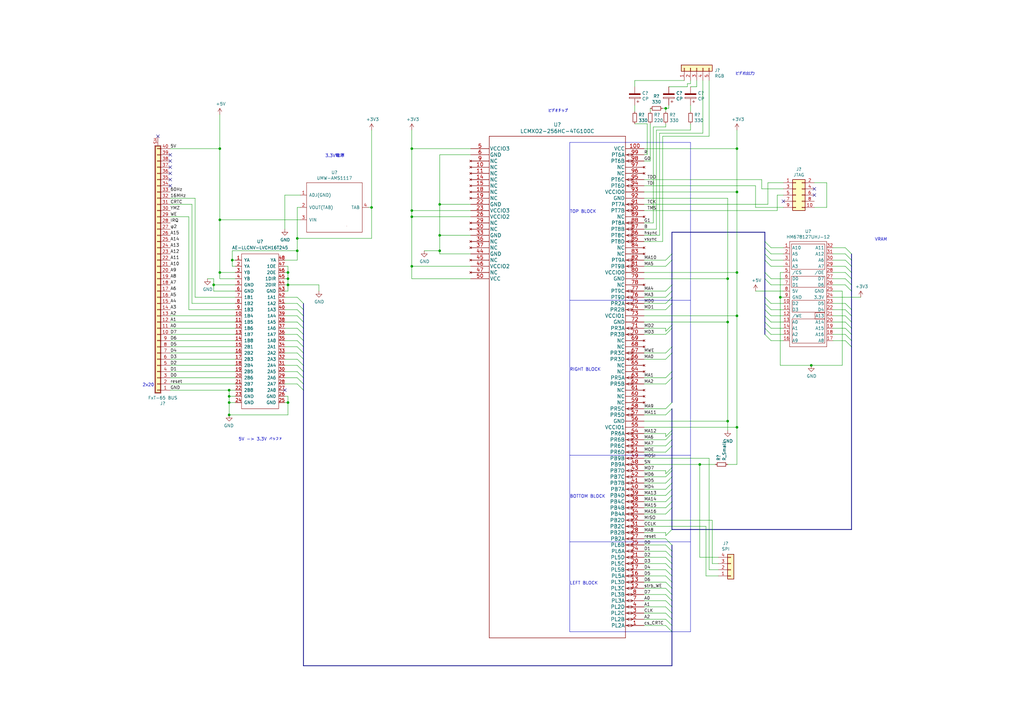
<source format=kicad_sch>
(kicad_sch (version 20250114) (generator "eeschema") (generator_version "9.0")
  (paper "A3")
  (lib_symbols
    (symbol "Connector_Generic:Conn_01x04" (pin_names (offset 1.016) (hide yes))
      (property "Reference" "J" (at 0 5.08 0))
      (property "Value" "Conn_01x04" (at 0 -7.62 0))
      (symbol "Conn_01x04_1_1"
        (pin passive line (at -5.08 2.54 0) (length 3.81) (name "Pin_1") (number "1"))
        (pin passive line (at -5.08 0 0) (length 3.81) (name "Pin_2") (number "2"))
        (pin passive line (at -5.08 -2.54 0) (length 3.81) (name "Pin_3") (number "3"))
        (pin passive line (at -5.08 -5.08 0) (length 3.81) (name "Pin_4") (number "4"))
      )
    )
    (symbol "Connector_Generic:Conn_01x05" (pin_names (offset 1.016) (hide yes))
      (property "Reference" "J" (at 0 7.62 0))
      (property "Value" "Conn_01x05" (at 0 -7.62 0))
      (symbol "Conn_01x05_1_1"
        (pin passive line (at -5.08 5.08 0) (length 3.81) (name "Pin_1") (number "1"))
        (pin passive line (at -5.08 2.54 0) (length 3.81) (name "Pin_2") (number "2"))
        (pin passive line (at -5.08 0 0) (length 3.81) (name "Pin_3") (number "3"))
        (pin passive line (at -5.08 -2.54 0) (length 3.81) (name "Pin_4") (number "4"))
        (pin passive line (at -5.08 -5.08 0) (length 3.81) (name "Pin_5") (number "5"))
      )
    )
    (symbol "Connector_Generic:Conn_02x05_Odd_Even" (pin_names (offset 1.016) (hide yes))
      (property "Reference" "J" (at 1.27 7.62 0))
      (property "Value" "Conn_02x05_Odd_Even" (at 1.27 -7.62 0))
      (symbol "Conn_02x05_Odd_Even_1_1"
        (pin passive line (at -5.08 5.08 0) (length 3.81) (name "Pin_1") (number "1"))
        (pin passive line (at -5.08 2.54 0) (length 3.81) (name "Pin_3") (number "3"))
        (pin passive line (at -5.08 0 0) (length 3.81) (name "Pin_5") (number "5"))
        (pin passive line (at -5.08 -2.54 0) (length 3.81) (name "Pin_7") (number "7"))
        (pin passive line (at -5.08 -5.08 0) (length 3.81) (name "Pin_9") (number "9"))
        (pin passive line (at 7.62 5.08 180) (length 3.81) (name "Pin_2") (number "2"))
        (pin passive line (at 7.62 2.54 180) (length 3.81) (name "Pin_4") (number "4"))
        (pin passive line (at 7.62 0 180) (length 3.81) (name "Pin_6") (number "6"))
        (pin passive line (at 7.62 -2.54 180) (length 3.81) (name "Pin_8") (number "8"))
        (pin passive line (at 7.62 -5.08 180) (length 3.81) (name "Pin_10") (number "10"))
      )
    )
    (symbol "Connector_Generic_Shielded:Conn_01x40_Shielded" (pin_names (offset 1.016) (hide yes))
      (property "Reference" "J" (at 0.254 50.546 0))
      (property "Value" "Conn_01x40_Shielded" (at 1.016 -53.086 0))
      (symbol "Conn_01x40_Shielded_1_1"
        (pin passive line (at -5.08 48.26 0) (length 4.064) (name "Pin_1") (number "1"))
        (pin passive line (at -5.08 45.72 0) (length 4.064) (name "Pin_2") (number "2"))
        (pin passive line (at -5.08 43.18 0) (length 4.064) (name "Pin_3") (number "3"))
        (pin passive line (at -5.08 40.64 0) (length 4.064) (name "Pin_4") (number "4"))
        (pin passive line (at -5.08 38.1 0) (length 4.064) (name "Pin_5") (number "5"))
        (pin passive line (at -5.08 35.56 0) (length 4.064) (name "Pin_6") (number "6"))
        (pin passive line (at -5.08 33.02 0) (length 4.064) (name "Pin_7") (number "7"))
        (pin passive line (at -5.08 30.48 0) (length 4.064) (name "Pin_8") (number "8"))
        (pin passive line (at -5.08 27.94 0) (length 4.064) (name "Pin_9") (number "9"))
        (pin passive line (at -5.08 25.4 0) (length 4.064) (name "Pin_10") (number "10"))
        (pin passive line (at -5.08 22.86 0) (length 4.064) (name "Pin_11") (number "11"))
        (pin passive line (at -5.08 20.32 0) (length 4.064) (name "Pin_12") (number "12"))
        (pin passive line (at -5.08 17.78 0) (length 4.064) (name "Pin_13") (number "13"))
        (pin passive line (at -5.08 15.24 0) (length 4.064) (name "Pin_14") (number "14"))
        (pin passive line (at -5.08 12.7 0) (length 4.064) (name "Pin_15") (number "15"))
        (pin passive line (at -5.08 10.16 0) (length 4.064) (name "Pin_16") (number "16"))
        (pin passive line (at -5.08 7.62 0) (length 4.064) (name "Pin_17") (number "17"))
        (pin passive line (at -5.08 5.08 0) (length 4.064) (name "Pin_18") (number "18"))
        (pin passive line (at -5.08 2.54 0) (length 4.064) (name "Pin_19") (number "19"))
        (pin passive line (at -5.08 0 0) (length 4.064) (name "Pin_20") (number "20"))
        (pin passive line (at -5.08 -2.54 0) (length 4.064) (name "Pin_21") (number "21"))
        (pin passive line (at -5.08 -5.08 0) (length 4.064) (name "Pin_22") (number "22"))
        (pin passive line (at -5.08 -7.62 0) (length 4.064) (name "Pin_23") (number "23"))
        (pin passive line (at -5.08 -10.16 0) (length 4.064) (name "Pin_24") (number "24"))
        (pin passive line (at -5.08 -12.7 0) (length 4.064) (name "Pin_25") (number "25"))
        (pin passive line (at -5.08 -15.24 0) (length 4.064) (name "Pin_26") (number "26"))
        (pin passive line (at -5.08 -17.78 0) (length 4.064) (name "Pin_27") (number "27"))
        (pin passive line (at -5.08 -20.32 0) (length 4.064) (name "Pin_28") (number "28"))
        (pin passive line (at -5.08 -22.86 0) (length 4.064) (name "Pin_29") (number "29"))
        (pin passive line (at -5.08 -25.4 0) (length 4.064) (name "Pin_30") (number "30"))
        (pin passive line (at -5.08 -27.94 0) (length 4.064) (name "Pin_31") (number "31"))
        (pin passive line (at -5.08 -30.48 0) (length 4.064) (name "Pin_32") (number "32"))
        (pin passive line (at -5.08 -33.02 0) (length 4.064) (name "Pin_33") (number "33"))
        (pin passive line (at -5.08 -35.56 0) (length 4.064) (name "Pin_34") (number "34"))
        (pin passive line (at -5.08 -38.1 0) (length 4.064) (name "Pin_35") (number "35"))
        (pin passive line (at -5.08 -40.64 0) (length 4.064) (name "Pin_36") (number "36"))
        (pin passive line (at -5.08 -43.18 0) (length 4.064) (name "Pin_37") (number "37"))
        (pin passive line (at -5.08 -45.72 0) (length 4.064) (name "Pin_38") (number "38"))
        (pin passive line (at -5.08 -48.26 0) (length 4.064) (name "Pin_39") (number "39"))
        (pin passive line (at -5.08 -50.8 0) (length 4.064) (name "Pin_40") (number "40"))
        (pin passive line (at 0 -55.88 90) (length 3.81) (name "Shield") (number "SH"))
      )
    )
    (symbol "Device:R_Small" (pin_numbers (hide yes)) (pin_names (offset 0.254) (hide yes))
      (property "Reference" "R" (at 0.762 0.508 0))
      (property "Value" "R_Small" (at 0.762 -1.016 0))
      (symbol "R_Small_1_1"
        (pin passive line (at 0 2.54 270) (length 0.762) (name "~") (number "1"))
        (pin passive line (at 0 -2.54 90) (length 0.762) (name "~") (number "2"))
      )
    )
    (symbol "FxT-65-ChDz-rescue:+3.3V-power" (power) (pin_names (offset 0))
      (property "Value" "+3.3V-power" (at 0 3.556 0))
      (symbol "+3.3V-power_1_1"
        (pin power_in line (at 0 0 90) (length 0) (hide yes) (name "+3V3") (number "1"))
      )
    )
    (symbol "FxT-65-ChDz-rescue:AE-LLCNV-LVCH16T245-ponzu840w" (pin_names (offset 1.016))
      (property "Reference" "U" (at 0 36.068 0))
      (property "Value" "AE-LLCNV-LVCH16T245-ponzu840w" (at 0.254 33.528 0))
      (symbol "AE-LLCNV-LVCH16T245-ponzu840w_1_1"
        (pin input line (at -10.16 27.94 0) (length 2.54) (name "YA") (number "1"))
        (pin input line (at -10.16 25.4 0) (length 2.54) (name "YA") (number "2"))
        (pin input line (at -10.16 22.86 0) (length 2.54) (name "YB") (number "3"))
        (pin input line (at -10.16 20.32 0) (length 2.54) (name "YB") (number "4"))
        (pin input line (at -10.16 17.78 0) (length 2.54) (name "GND") (number "5"))
        (pin input line (at -10.16 15.24 0) (length 2.54) (name "GND") (number "6"))
        (pin input line (at -10.16 12.7 0) (length 2.54) (name "1B1") (number "7"))
        (pin input line (at -10.16 10.16 0) (length 2.54) (name "1B2") (number "8"))
        (pin input line (at -10.16 7.62 0) (length 2.54) (name "1B3") (number "9"))
        (pin input line (at -10.16 5.08 0) (length 2.54) (name "1B4") (number "10"))
        (pin input line (at -10.16 2.54 0) (length 2.54) (name "1B5") (number "11"))
        (pin input line (at -10.16 0 0) (length 2.54) (name "1B6") (number "12"))
        (pin input line (at -10.16 -2.54 0) (length 2.54) (name "1B7") (number "13"))
        (pin input line (at -10.16 -5.08 0) (length 2.54) (name "1B8") (number "14"))
        (pin input line (at -10.16 -7.62 0) (length 2.54) (name "2B1") (number "15"))
        (pin input line (at -10.16 -10.16 0) (length 2.54) (name "2B2") (number "16"))
        (pin input line (at -10.16 -12.7 0) (length 2.54) (name "2B3") (number "17"))
        (pin input line (at -10.16 -15.24 0) (length 2.54) (name "2B4") (number "18"))
        (pin input line (at -10.16 -17.78 0) (length 2.54) (name "2B5") (number "19"))
        (pin input line (at -10.16 -20.32 0) (length 2.54) (name "2B6") (number "20"))
        (pin input line (at -10.16 -22.86 0) (length 2.54) (name "2B7") (number "21"))
        (pin input line (at -10.16 -25.4 0) (length 2.54) (name "2B8") (number "22"))
        (pin input line (at -10.16 -27.94 0) (length 2.54) (name "GND") (number "23"))
        (pin input line (at -10.16 -30.48 0) (length 2.54) (name "GND") (number "24"))
        (pin input line (at 10.16 27.94 180) (length 2.54) (name "YA") (number "48"))
        (pin input line (at 10.16 25.4 180) (length 2.54) (name "1OE") (number "47"))
        (pin input line (at 10.16 22.86 180) (length 2.54) (name "2OE") (number "46"))
        (pin input line (at 10.16 20.32 180) (length 2.54) (name "1DIR") (number "45"))
        (pin input line (at 10.16 17.78 180) (length 2.54) (name "2DIR") (number "44"))
        (pin input line (at 10.16 15.24 180) (length 2.54) (name "GND") (number "43"))
        (pin input line (at 10.16 12.7 180) (length 2.54) (name "1A1") (number "42"))
        (pin input line (at 10.16 10.16 180) (length 2.54) (name "1A2") (number "41"))
        (pin input line (at 10.16 7.62 180) (length 2.54) (name "1A3") (number "40"))
        (pin input line (at 10.16 5.08 180) (length 2.54) (name "1A4") (number "39"))
        (pin input line (at 10.16 2.54 180) (length 2.54) (name "1A5") (number "38"))
        (pin input line (at 10.16 0 180) (length 2.54) (name "1A6") (number "37"))
        (pin input line (at 10.16 -2.54 180) (length 2.54) (name "1A7") (number "36"))
        (pin input line (at 10.16 -5.08 180) (length 2.54) (name "1A8") (number "35"))
        (pin input line (at 10.16 -7.62 180) (length 2.54) (name "2A1") (number "34"))
        (pin input line (at 10.16 -10.16 180) (length 2.54) (name "2A2") (number "33"))
        (pin input line (at 10.16 -12.7 180) (length 2.54) (name "2A3") (number "32"))
        (pin input line (at 10.16 -15.24 180) (length 2.54) (name "2A4") (number "31"))
        (pin input line (at 10.16 -17.78 180) (length 2.54) (name "2A5") (number "30"))
        (pin input line (at 10.16 -20.32 180) (length 2.54) (name "2A6") (number "29"))
        (pin input line (at 10.16 -22.86 180) (length 2.54) (name "2A7") (number "28"))
        (pin input line (at 10.16 -25.4 180) (length 2.54) (name "2A8") (number "27"))
        (pin input line (at 10.16 -27.94 180) (length 2.54) (name "GND") (number "26"))
        (pin input line (at 10.16 -30.48 180) (length 2.54) (name "GND") (number "25"))
      )
    )
    (symbol "FxT-65-ChDz-rescue:CP-Device" (pin_numbers (hide yes)) (pin_names (offset 0.254))
      (property "Reference" "C" (at 0.635 2.54 0))
      (property "Value" "CP-Device" (at 0.635 -2.54 0))
      (symbol "CP-Device_1_1"
        (pin passive line (at 0 3.81 270) (length 2.794) (name "~") (number "1"))
        (pin passive line (at 0 -3.81 90) (length 2.794) (name "~") (number "2"))
      )
    )
    (symbol "FxT-65-ChDz-rescue:HM678127UHJ-12-ponzu840w" (pin_names (offset 1.016))
      (property "Reference" "U" (at 0 4.572 0))
      (property "Value" "HM678127UHJ-12-ponzu840w" (at -0.254 2.54 0))
      (symbol "HM678127UHJ-12-ponzu840w_1_1"
        (pin input line (at -10.16 -2.54 0) (length 2.54) (name "A10") (number "1"))
        (pin input line (at -10.16 -5.08 0) (length 2.54) (name "A5") (number "2"))
        (pin input line (at -10.16 -7.62 0) (length 2.54) (name "A4") (number "3"))
        (pin input line (at -10.16 -10.16 0) (length 2.54) (name "A3") (number "4"))
        (pin input line (at -10.16 -12.7 0) (length 2.54) (name "/CS") (number "5"))
        (pin input line (at -10.16 -15.24 0) (length 2.54) (name "D0") (number "6"))
        (pin input line (at -10.16 -17.78 0) (length 2.54) (name "D1") (number "7"))
        (pin input line (at -10.16 -20.32 0) (length 2.54) (name "5V") (number "8"))
        (pin input line (at -10.16 -22.86 0) (length 2.54) (name "GND") (number "9"))
        (pin input line (at -10.16 -25.4 0) (length 2.54) (name "D2") (number "10"))
        (pin input line (at -10.16 -27.94 0) (length 2.54) (name "D3") (number "11"))
        (pin input line (at -10.16 -30.48 0) (length 2.54) (name "/WE") (number "12"))
        (pin input line (at -10.16 -33.02 0) (length 2.54) (name "A0") (number "13"))
        (pin input line (at -10.16 -35.56 0) (length 2.54) (name "A1") (number "14"))
        (pin input line (at -10.16 -38.1 0) (length 2.54) (name "A2") (number "15"))
        (pin input line (at -10.16 -40.64 0) (length 2.54) (name "A9") (number "16"))
        (pin input line (at 10.16 -2.54 180) (length 2.54) (name "A11") (number "32"))
        (pin input line (at 10.16 -5.08 180) (length 2.54) (name "A12") (number "31"))
        (pin input line (at 10.16 -7.62 180) (length 2.54) (name "A6") (number "30"))
        (pin input line (at 10.16 -10.16 180) (length 2.54) (name "A7") (number "29"))
        (pin input line (at 10.16 -12.7 180) (length 2.54) (name "/OE") (number "28"))
        (pin input line (at 10.16 -15.24 180) (length 2.54) (name "D7") (number "27"))
        (pin input line (at 10.16 -17.78 180) (length 2.54) (name "D6") (number "26"))
        (pin input line (at 10.16 -20.32 180) (length 2.54) (name "GND") (number "25"))
        (pin input line (at 10.16 -22.86 180) (length 2.54) (name "3.3V") (number "24"))
        (pin input line (at 10.16 -25.4 180) (length 2.54) (name "D5") (number "23"))
        (pin input line (at 10.16 -27.94 180) (length 2.54) (name "D4") (number "22"))
        (pin input line (at 10.16 -30.48 180) (length 2.54) (name "A13") (number "21"))
        (pin input line (at 10.16 -33.02 180) (length 2.54) (name "A14") (number "20"))
        (pin input line (at 10.16 -35.56 180) (length 2.54) (name "A15") (number "19"))
        (pin input line (at 10.16 -38.1 180) (length 2.54) (name "A16") (number "18"))
        (pin input line (at 10.16 -40.64 180) (length 2.54) (name "A8") (number "17"))
      )
    )
    (symbol "FxT-65-ChDz-rescue:LCMXO2-256HC-4TG100C-2022-08-24_16-19-17" (pin_names (offset 0.254))
      (property "Reference" "U" (at 35.56 10.16 0))
      (property "Value" "LCMXO2-256HC-4TG100C-2022-08-24_16-19-17" (at 35.56 7.62 0))
      (symbol "LCMXO2-256HC-4TG100C-2022-08-24_16-19-17_1_1"
        (pin power_in line (at 0 0 0) (length 7.62) (name "VCCIO3") (number "5"))
        (pin power_in line (at 0 -2.54 0) (length 7.62) (name "GND") (number "6"))
        (pin no_connect line (at 0 -5.08 0) (length 7.62) (name "NC") (number "9"))
        (pin no_connect line (at 0 -7.62 0) (length 7.62) (name "NC") (number "10"))
        (pin no_connect line (at 0 -10.16 0) (length 7.62) (name "NC") (number "11"))
        (pin no_connect line (at 0 -12.7 0) (length 7.62) (name "NC") (number "14"))
        (pin no_connect line (at 0 -15.24 0) (length 7.62) (name "NC") (number "15"))
        (pin no_connect line (at 0 -17.78 0) (length 7.62) (name "NC") (number "18"))
        (pin no_connect line (at 0 -20.32 0) (length 7.62) (name "NC") (number "19"))
        (pin power_in line (at 0 -22.86 0) (length 7.62) (name "GND") (number "22"))
        (pin power_in line (at 0 -25.4 0) (length 7.62) (name "VCCIO3") (number "23"))
        (pin power_in line (at 0 -27.94 0) (length 7.62) (name "VCCIO2") (number "26"))
        (pin no_connect line (at 0 -30.48 0) (length 7.62) (name "NC") (number "29"))
        (pin no_connect line (at 0 -33.02 0) (length 7.62) (name "NC") (number "30"))
        (pin power_in line (at 0 -35.56 0) (length 7.62) (name "GND") (number "33"))
        (pin no_connect line (at 0 -38.1 0) (length 7.62) (name "NC") (number "36"))
        (pin no_connect line (at 0 -40.64 0) (length 7.62) (name "NC") (number "37"))
        (pin power_in line (at 0 -43.18 0) (length 7.62) (name "GND") (number "44"))
        (pin no_connect line (at 0 -45.72 0) (length 7.62) (name "NC") (number "45"))
        (pin power_in line (at 0 -48.26 0) (length 7.62) (name "VCCIO2") (number "46"))
        (pin no_connect line (at 0 -50.8 0) (length 7.62) (name "NC") (number "47"))
        (pin power_in line (at 0 -53.34 0) (length 7.62) (name "VCC") (number "50"))
        (pin power_in line (at 71.12 0 180) (length 7.62) (name "VCC") (number "100"))
        (pin bidirectional line (at 71.12 -2.54 180) (length 7.62) (name "PT6A") (number "99"))
        (pin bidirectional line (at 71.12 -5.08 180) (length 7.62) (name "PT6B") (number "98"))
        (pin no_connect line (at 71.12 -7.62 180) (length 7.62) (name "NC") (number "97"))
        (pin no_connect line (at 71.12 -10.16 180) (length 7.62) (name "NC") (number "96"))
        (pin bidirectional line (at 71.12 -12.7 180) (length 7.62) (name "PT6C") (number "95"))
        (pin bidirectional line (at 71.12 -15.24 180) (length 7.62) (name "PT6D") (number "94"))
        (pin power_in line (at 71.12 -17.78 180) (length 7.62) (name "VCCIO0") (number "93"))
        (pin power_in line (at 71.12 -20.32 180) (length 7.62) (name "GND") (number "92"))
        (pin bidirectional line (at 71.12 -22.86 180) (length 7.62) (name "PT7A") (number "91"))
        (pin bidirectional line (at 71.12 -25.4 180) (length 7.62) (name "PT7B") (number "90"))
        (pin no_connect line (at 71.12 -27.94 180) (length 7.62) (name "NC") (number "89"))
        (pin bidirectional line (at 71.12 -30.48 180) (length 7.62) (name "PT8A") (number "88"))
        (pin bidirectional line (at 71.12 -33.02 180) (length 7.62) (name "PT8B") (number "87"))
        (pin bidirectional line (at 71.12 -35.56 180) (length 7.62) (name "PT8C") (number "86"))
        (pin bidirectional line (at 71.12 -38.1 180) (length 7.62) (name "PT8D") (number "85"))
        (pin no_connect line (at 71.12 -40.64 180) (length 7.62) (name "NC") (number "84"))
        (pin no_connect line (at 71.12 -43.18 180) (length 7.62) (name "NC") (number "83"))
        (pin bidirectional line (at 71.12 -45.72 180) (length 7.62) (name "PT9A") (number "82"))
        (pin bidirectional line (at 71.12 -48.26 180) (length 7.62) (name "PT9B") (number "81"))
        (pin power_in line (at 71.12 -50.8 180) (length 7.62) (name "VCCIO0") (number "80"))
        (pin power_in line (at 71.12 -53.34 180) (length 7.62) (name "GND") (number "79"))
        (pin no_connect line (at 71.12 -55.88 180) (length 7.62) (name "NC") (number "78"))
        (pin bidirectional line (at 71.12 -58.42 180) (length 7.62) (name "PT9C") (number "77"))
        (pin bidirectional line (at 71.12 -60.96 180) (length 7.62) (name "PT9D") (number "76"))
        (pin bidirectional line (at 71.12 -63.5 180) (length 7.62) (name "PR2A") (number "75"))
        (pin bidirectional line (at 71.12 -66.04 180) (length 7.62) (name "PR2B") (number "74"))
        (pin power_in line (at 71.12 -68.58 180) (length 7.62) (name "VCCIO1") (number "73"))
        (pin power_in line (at 71.12 -71.12 180) (length 7.62) (name "GND") (number "72"))
        (pin bidirectional line (at 71.12 -73.66 180) (length 7.62) (name "PR3A") (number "71"))
        (pin bidirectional line (at 71.12 -76.2 180) (length 7.62) (name "PR3B") (number "70"))
        (pin no_connect line (at 71.12 -78.74 180) (length 7.62) (name "NC") (number "69"))
        (pin no_connect line (at 71.12 -81.28 180) (length 7.62) (name "NC") (number "68"))
        (pin bidirectional line (at 71.12 -83.82 180) (length 7.62) (name "PR3C") (number "67"))
        (pin bidirectional line (at 71.12 -86.36 180) (length 7.62) (name "PR3D") (number "66"))
        (pin no_connect line (at 71.12 -88.9 180) (length 7.62) (name "NC") (number "65"))
        (pin no_connect line (at 71.12 -91.44 180) (length 7.62) (name "NC") (number "64"))
        (pin bidirectional line (at 71.12 -93.98 180) (length 7.62) (name "PR5A") (number "63"))
        (pin bidirectional line (at 71.12 -96.52 180) (length 7.62) (name "PR5B") (number "62"))
        (pin no_connect line (at 71.12 -99.06 180) (length 7.62) (name "NC") (number "61"))
        (pin no_connect line (at 71.12 -101.6 180) (length 7.62) (name "NC") (number "60"))
        (pin no_connect line (at 71.12 -104.14 180) (length 7.62) (name "NC") (number "59"))
        (pin bidirectional line (at 71.12 -106.68 180) (length 7.62) (name "PR5C") (number "58"))
        (pin bidirectional line (at 71.12 -109.22 180) (length 7.62) (name "PR5D") (number "57"))
        (pin power_in line (at 71.12 -111.76 180) (length 7.62) (name "GND") (number "56"))
        (pin power_in line (at 71.12 -114.3 180) (length 7.62) (name "VCCIO1") (number "55"))
        (pin bidirectional line (at 71.12 -116.84 180) (length 7.62) (name "PR6A") (number "54"))
        (pin bidirectional line (at 71.12 -119.38 180) (length 7.62) (name "PR6B") (number "53"))
        (pin bidirectional line (at 71.12 -121.92 180) (length 7.62) (name "PR6C") (number "52"))
        (pin bidirectional line (at 71.12 -124.46 180) (length 7.62) (name "PR6D") (number "51"))
        (pin bidirectional line (at 71.12 -127 180) (length 7.62) (name "PB9B") (number "49"))
        (pin bidirectional line (at 71.12 -129.54 180) (length 7.62) (name "PB9A") (number "48"))
        (pin bidirectional line (at 71.12 -132.08 180) (length 7.62) (name "PB7D") (number "43"))
        (pin bidirectional line (at 71.12 -134.62 180) (length 7.62) (name "PB7C") (number "42"))
        (pin bidirectional line (at 71.12 -137.16 180) (length 7.62) (name "PB7B") (number "41"))
        (pin bidirectional line (at 71.12 -139.7 180) (length 7.62) (name "PB7A") (number "40"))
        (pin bidirectional line (at 71.12 -142.24 180) (length 7.62) (name "PB4D") (number "39"))
        (pin bidirectional line (at 71.12 -144.78 180) (length 7.62) (name "PB4C") (number "38"))
        (pin bidirectional line (at 71.12 -147.32 180) (length 7.62) (name "PB4B") (number "35"))
        (pin bidirectional line (at 71.12 -149.86 180) (length 7.62) (name "PB4A") (number "34"))
        (pin bidirectional line (at 71.12 -152.4 180) (length 7.62) (name "PB2D") (number "32"))
        (pin bidirectional line (at 71.12 -154.94 180) (length 7.62) (name "PB2C") (number "31"))
        (pin bidirectional line (at 71.12 -157.48 180) (length 7.62) (name "PB2B") (number "28"))
        (pin bidirectional line (at 71.12 -160.02 180) (length 7.62) (name "PB2A") (number "27"))
        (pin bidirectional line (at 71.12 -162.56 180) (length 7.62) (name "PL6B") (number "25"))
        (pin bidirectional line (at 71.12 -165.1 180) (length 7.62) (name "PL6A") (number "24"))
        (pin bidirectional line (at 71.12 -167.64 180) (length 7.62) (name "PL5D") (number "21"))
        (pin bidirectional line (at 71.12 -170.18 180) (length 7.62) (name "PL5C") (number "20"))
        (pin bidirectional line (at 71.12 -172.72 180) (length 7.62) (name "PL5B") (number "17"))
        (pin bidirectional line (at 71.12 -175.26 180) (length 7.62) (name "PL5A") (number "16"))
        (pin bidirectional line (at 71.12 -177.8 180) (length 7.62) (name "PL3D") (number "13"))
        (pin bidirectional line (at 71.12 -180.34 180) (length 7.62) (name "PL3C") (number "12"))
        (pin bidirectional line (at 71.12 -182.88 180) (length 7.62) (name "PL3B") (number "8"))
        (pin bidirectional line (at 71.12 -185.42 180) (length 7.62) (name "PL3A") (number "7"))
        (pin bidirectional line (at 71.12 -187.96 180) (length 7.62) (name "PL2D") (number "4"))
        (pin bidirectional line (at 71.12 -190.5 180) (length 7.62) (name "PL2C") (number "3"))
        (pin bidirectional line (at 71.12 -193.04 180) (length 7.62) (name "PL2B") (number "2"))
        (pin bidirectional line (at 71.12 -195.58 180) (length 7.62) (name "PL2A") (number "1"))
      )
    )
    (symbol "FxT-65-ChDz-rescue:UMW-AMS1117-ponzu840w" (pin_names (offset 1.016))
      (property "Reference" "U" (at -2.54 13.97 0))
      (property "Value" "UMW-AMS1117-ponzu840w" (at 0 11.43 0))
      (symbol "UMW-AMS1117-ponzu840w_1_1"
        (pin power_in line (at -13.97 5.08 0) (length 2.54) (name "ADJ(GND)") (number "1"))
        (pin power_out line (at -13.97 0 0) (length 2.54) (name "VOUT(TAB)") (number "2"))
        (pin power_in line (at -13.97 -5.08 0) (length 2.54) (name "VIN") (number "3"))
        (pin output line (at 13.97 0 180) (length 2.54) (name "TAB") (number "4"))
      )
    )
    (symbol "power:+5V" (power) (pin_names (offset 0))
      (property "Value" "+5V" (at 0 3.556 0))
      (symbol "+5V_1_1"
        (pin power_in line (at 0 0 90) (length 0) (hide yes) (name "+5V") (number "1"))
      )
    )
    (symbol "power:GND" (power) (pin_names (offset 0))
      (property "Value" "GND" (at 0 -3.81 0))
      (symbol "GND_1_1"
        (pin power_in line (at 0 0 270) (length 0) (hide yes) (name "GND") (number "1"))
      )
    )
  )
  (text "VRAM" (at 358.775 99.06 0) (effects (font (size 1.27 1.27)) (justify left bottom)))
  (text "ビデオチップ" (at 224.79 46.355 0) (effects (font (size 1.27 1.27)) (justify left bottom)))
  (text "ビデオ出力" (at 301.625 31.115 0) (effects (font (size 1.27 1.27)) (justify left bottom)))
  (text "LEFT BLOCK" (at 233.68 240.03 0) (effects (font (size 1.27 1.27)) (justify left bottom)))
  (text "2x20" (at 58.42 158.75 0) (effects (font (size 1.27 1.27)) (justify left bottom)))
  (text "RIGHT BLOCK" (at 233.68 152.4 0) (effects (font (size 1.27 1.27)) (justify left bottom)))
  (text "TOP BLOCK" (at 233.68 87.63 0) (effects (font (size 1.27 1.27)) (justify left bottom)))
  (text "BOTTOM BLOCK" (at 233.68 204.47 0) (effects (font (size 1.27 1.27)) (justify left bottom)))
  (text "3.3V電源" (at 133.35 64.77 0) (effects (font (size 1.27 1.27)) (justify left bottom)))
  (text "5V -> 3.3V バッファ" (at 97.79 180.975 0) (effects (font (size 1.27 1.27)) (justify left bottom)))
  (junction (at 168.91 88.9))
  (junction (at 298.45 114.3))
  (junction (at 332.74 149.86))
  (junction (at 93.98 162.56))
  (junction (at 287.02 190.5))
  (junction (at 90.17 111.76))
  (junction (at 93.98 165.1))
  (junction (at 302.26 111.76))
  (junction (at 302.26 175.26))
  (junction (at 90.17 90.17))
  (junction (at 302.26 78.74))
  (junction (at 95.25 106.68))
  (junction (at 168.91 60.96))
  (junction (at 121.92 102.87))
  (junction (at 118.11 165.1))
  (junction (at 87.63 116.84))
  (junction (at 93.98 170.18))
  (junction (at 168.91 109.22))
  (junction (at 118.11 111.76))
  (junction (at 118.11 116.84))
  (junction (at 90.17 60.96))
  (junction (at 320.04 121.92))
  (junction (at 180.34 102.87))
  (junction (at 93.98 160.02))
  (junction (at 273.05 44.45))
  (junction (at 298.45 132.08))
  (junction (at 168.91 86.36))
  (junction (at 298.45 172.72))
  (junction (at 302.26 129.54))
  (junction (at 180.34 83.82))
  (junction (at 121.92 97.79))
  (junction (at 180.34 96.52))
  (junction (at 118.11 114.3))
  (junction (at 302.26 60.96))
  (junction (at 152.4 85.09))
  (no_connect (at 321.31 82.55))
  (no_connect (at 69.85 73.66))
  (no_connect (at 69.85 76.2))
  (no_connect (at 116.84 160.02))
  (no_connect (at 69.85 63.5))
  (no_connect (at 334.01 80.01))
  (no_connect (at 64.77 55.88))
  (no_connect (at 69.85 66.04))
  (no_connect (at 69.85 68.58))
  (no_connect (at 69.85 71.12))
  (no_connect (at 334.01 77.47))
  (bus_entry (at 313.69 114.3) (size 2.54 2.54))
  (bus_entry (at 121.92 154.94) (size 2.54 2.54))
  (bus_entry (at 273.05 226.06) (size 2.54 2.54))
  (bus_entry (at 275.59 124.46) (size -2.54 2.54))
  (bus_entry (at 275.59 119.38) (size -2.54 2.54))
  (bus_entry (at 346.71 137.16) (size 2.54 2.54))
  (bus_entry (at 346.71 101.6) (size 2.54 2.54))
  (bus_entry (at 275.59 121.92) (size -2.54 2.54))
  (bus_entry (at 346.71 114.3) (size 2.54 2.54))
  (bus_entry (at 313.69 124.46) (size 2.54 2.54))
  (bus_entry (at 273.05 208.28) (size 2.54 -2.54))
  (bus_entry (at 313.69 101.6) (size 2.54 2.54))
  (bus_entry (at 313.69 104.14) (size 2.54 2.54))
  (bus_entry (at 275.59 154.94) (size -2.54 2.54))
  (bus_entry (at 121.92 121.92) (size 2.54 2.54))
  (bus_entry (at 313.69 121.92) (size 2.54 2.54))
  (bus_entry (at 275.59 133.35) (size -2.54 2.54))
  (bus_entry (at 273.05 256.54) (size 2.54 2.54))
  (bus_entry (at 346.71 129.54) (size 2.54 2.54))
  (bus_entry (at 313.69 127) (size 2.54 2.54))
  (bus_entry (at 275.59 191.77) (size -2.54 2.54))
  (bus_entry (at 273.05 241.3) (size 2.54 2.54))
  (bus_entry (at 273.05 180.34) (size 2.54 -2.54))
  (bus_entry (at 273.05 179.07) (size 2.54 -2.54))
  (bus_entry (at 313.69 134.62) (size 2.54 2.54))
  (bus_entry (at 346.71 106.68) (size 2.54 2.54))
  (bus_entry (at 273.05 182.88) (size 2.54 -2.54))
  (bus_entry (at 121.92 144.78) (size 2.54 2.54))
  (bus_entry (at 121.92 152.4) (size 2.54 2.54))
  (bus_entry (at 121.92 147.32) (size 2.54 2.54))
  (bus_entry (at 121.92 137.16) (size 2.54 2.54))
  (bus_entry (at 273.05 246.38) (size 2.54 2.54))
  (bus_entry (at 121.92 127) (size 2.54 2.54))
  (bus_entry (at 313.69 132.08) (size 2.54 2.54))
  (bus_entry (at 275.59 142.24) (size -2.54 2.54))
  (bus_entry (at 346.71 104.14) (size 2.54 2.54))
  (bus_entry (at 346.71 111.76) (size 2.54 2.54))
  (bus_entry (at 121.92 139.7) (size 2.54 2.54))
  (bus_entry (at 275.59 134.62) (size -2.54 2.54))
  (bus_entry (at 313.69 137.16) (size 2.54 2.54))
  (bus_entry (at 275.59 167.64) (size -2.54 2.54))
  (bus_entry (at 273.05 236.22) (size 2.54 2.54))
  (bus_entry (at 313.69 111.76) (size 2.54 2.54))
  (bus_entry (at 346.71 127) (size 2.54 2.54))
  (bus_entry (at 273.05 223.52) (size 2.54 2.54))
  (bus_entry (at 346.71 134.62) (size 2.54 2.54))
  (bus_entry (at 275.59 106.68) (size -2.54 2.54))
  (bus_entry (at 121.92 124.46) (size 2.54 2.54))
  (bus_entry (at 273.05 210.82) (size 2.54 -2.54))
  (bus_entry (at 273.05 220.98) (size 2.54 2.54))
  (bus_entry (at 273.05 233.68) (size 2.54 2.54))
  (bus_entry (at 273.05 205.74) (size 2.54 -2.54))
  (bus_entry (at 273.05 254) (size 2.54 2.54))
  (bus_entry (at 273.05 185.42) (size 2.54 -2.54))
  (bus_entry (at 121.92 134.62) (size 2.54 2.54))
  (bus_entry (at 275.59 116.84) (size -2.54 2.54))
  (bus_entry (at 273.05 243.84) (size 2.54 2.54))
  (bus_entry (at 275.59 165.1) (size -2.54 2.54))
  (bus_entry (at 273.05 248.92) (size 2.54 2.54))
  (bus_entry (at 346.71 132.08) (size 2.54 2.54))
  (bus_entry (at 346.71 139.7) (size 2.54 2.54))
  (bus_entry (at 313.69 129.54) (size 2.54 2.54))
  (bus_entry (at 273.05 203.2) (size 2.54 -2.54))
  (bus_entry (at 313.69 106.68) (size 2.54 2.54))
  (bus_entry (at 273.05 195.58) (size 2.54 -2.54))
  (bus_entry (at 313.69 99.06) (size 2.54 2.54))
  (bus_entry (at 121.92 157.48) (size 2.54 2.54))
  (bus_entry (at 275.59 217.17) (size -2.54 2.54))
  (bus_entry (at 275.59 152.4) (size -2.54 2.54))
  (bus_entry (at 121.92 142.24) (size 2.54 2.54))
  (bus_entry (at 121.92 149.86) (size 2.54 2.54))
  (bus_entry (at 346.71 124.46) (size 2.54 2.54))
  (bus_entry (at 275.59 104.14) (size -2.54 2.54))
  (bus_entry (at 346.71 116.84) (size 2.54 2.54))
  (bus_entry (at 273.05 200.66) (size 2.54 -2.54))
  (bus_entry (at 273.05 228.6) (size 2.54 2.54))
  (bus_entry (at 346.71 109.22) (size 2.54 2.54))
  (bus_entry (at 275.59 144.78) (size -2.54 2.54))
  (bus_entry (at 273.05 238.76) (size 2.54 2.54))
  (bus_entry (at 273.05 231.14) (size 2.54 2.54))
  (bus_entry (at 273.05 198.12) (size 2.54 -2.54))
  (bus_entry (at 121.92 132.08) (size 2.54 2.54))
  (bus_entry (at 273.05 251.46) (size 2.54 2.54))
  (bus_entry (at 121.92 129.54) (size 2.54 2.54))
  (wire (pts (xy 260.35 33.02) (xy 280.67 33.02)))
  (wire (pts (xy 264.16 210.82) (xy 273.05 210.82)))
  (wire (pts (xy 266.7 50.8) (xy 266.7 66.04)))
  (wire (pts (xy 264.16 233.68) (xy 273.05 233.68)))
  (wire (pts (xy 321.31 139.7) (xy 316.23 139.7)))
  (wire (pts (xy 283.21 50.8) (xy 283.21 53.34)))
  (bus (pts (xy 275.59 104.14) (xy 275.59 106.68)))
  (wire (pts (xy 264.16 76.2) (xy 309.88 76.2)))
  (wire (pts (xy 121.92 154.94) (xy 116.84 154.94)))
  (wire (pts (xy 302.26 175.26) (xy 302.26 129.54)))
  (bus (pts (xy 313.69 114.3) (xy 313.69 121.92)))
  (wire (pts (xy 152.4 85.09) (xy 152.4 97.79)))
  (wire (pts (xy 341.63 101.6) (xy 346.71 101.6)))
  (wire (pts (xy 96.52 165.1) (xy 93.98 165.1)))
  (bus (pts (xy 313.69 101.6) (xy 313.69 104.14)))
  (wire (pts (xy 321.31 121.92) (xy 320.04 121.92)))
  (bus (pts (xy 313.69 121.92) (xy 313.69 124.46)))
  (bus (pts (xy 124.46 134.62) (xy 124.46 137.16)))
  (wire (pts (xy 116.84 144.78) (xy 121.92 144.78)))
  (bus (pts (xy 124.46 152.4) (xy 124.46 154.94)))
  (wire (pts (xy 264.16 170.18) (xy 273.05 170.18)))
  (wire (pts (xy 321.31 104.14) (xy 316.23 104.14)))
  (wire (pts (xy 264.16 193.04) (xy 273.05 193.04)))
  (bus (pts (xy 313.69 106.68) (xy 313.69 111.76)))
  (wire (pts (xy 270.51 54.61) (xy 270.51 96.52)))
  (wire (pts (xy 321.31 116.84) (xy 316.23 116.84)))
  (wire (pts (xy 298.45 172.72) (xy 298.45 132.08)))
  (wire (pts (xy 264.16 91.44) (xy 267.97 91.44)))
  (bus (pts (xy 349.25 116.84) (xy 349.25 119.38)))
  (wire (pts (xy 80.01 81.28) (xy 80.01 121.92)))
  (polyline (pts (xy 283.21 186.69) (xy 233.68 186.69)))
  (bus (pts (xy 124.46 142.24) (xy 124.46 144.78)))
  (bus (pts (xy 124.46 147.32) (xy 124.46 149.86)))
  (bus (pts (xy 349.25 127) (xy 349.25 129.54)))
  (wire (pts (xy 118.11 109.22) (xy 118.11 111.76)))
  (wire (pts (xy 69.85 139.7) (xy 96.52 139.7)))
  (bus (pts (xy 275.59 228.6) (xy 275.59 231.14)))
  (wire (pts (xy 264.16 203.2) (xy 273.05 203.2)))
  (wire (pts (xy 69.85 129.54) (xy 96.52 129.54)))
  (wire (pts (xy 341.63 139.7) (xy 346.71 139.7)))
  (polyline (pts (xy 233.68 222.25) (xy 283.21 222.25)))
  (wire (pts (xy 193.04 60.96) (xy 168.91 60.96)))
  (polyline (pts (xy 283.21 58.42) (xy 283.21 259.08)))
  (wire (pts (xy 264.16 93.98) (xy 269.24 93.98)))
  (wire (pts (xy 341.63 119.38) (xy 345.44 119.38)))
  (bus (pts (xy 124.46 137.16) (xy 124.46 139.7)))
  (polyline (pts (xy 233.68 123.19) (xy 283.21 123.19)))
  (bus (pts (xy 124.46 154.94) (xy 124.46 157.48)))
  (wire (pts (xy 264.16 200.66) (xy 273.05 200.66)))
  (wire (pts (xy 168.91 88.9) (xy 168.91 86.36)))
  (wire (pts (xy 264.16 172.72) (xy 298.45 172.72)))
  (bus (pts (xy 349.25 134.62) (xy 349.25 137.16)))
  (wire (pts (xy 341.63 116.84) (xy 346.71 116.84)))
  (bus (pts (xy 124.46 157.48) (xy 124.46 160.02)))
  (wire (pts (xy 309.88 119.38) (xy 321.31 119.38)))
  (wire (pts (xy 339.09 74.93) (xy 334.01 74.93)))
  (wire (pts (xy 264.16 213.36) (xy 292.1 213.36)))
  (wire (pts (xy 289.56 236.22) (xy 294.64 236.22)))
  (wire (pts (xy 264.16 137.16) (xy 273.05 137.16)))
  (bus (pts (xy 349.25 119.38) (xy 349.25 127)))
  (wire (pts (xy 287.02 228.6) (xy 294.64 228.6)))
  (wire (pts (xy 318.77 86.36) (xy 318.77 80.01)))
  (wire (pts (xy 264.16 251.46) (xy 273.05 251.46)))
  (wire (pts (xy 116.84 129.54) (xy 121.92 129.54)))
  (wire (pts (xy 264.16 106.68) (xy 273.05 106.68)))
  (bus (pts (xy 313.69 104.14) (xy 313.69 106.68)))
  (wire (pts (xy 123.19 80.01) (xy 116.84 80.01)))
  (wire (pts (xy 321.31 124.46) (xy 316.23 124.46)))
  (wire (pts (xy 95.25 109.22) (xy 95.25 106.68)))
  (wire (pts (xy 341.63 106.68) (xy 346.71 106.68)))
  (bus (pts (xy 275.59 241.3) (xy 275.59 243.84)))
  (wire (pts (xy 69.85 157.48) (xy 96.52 157.48)))
  (bus (pts (xy 349.25 111.76) (xy 349.25 114.3)))
  (wire (pts (xy 116.84 152.4) (xy 121.92 152.4)))
  (bus (pts (xy 275.59 180.34) (xy 275.59 182.88)))
  (wire (pts (xy 78.74 83.82) (xy 78.74 124.46)))
  (bus (pts (xy 349.25 139.7) (xy 349.25 142.24)))
  (bus (pts (xy 275.59 246.38) (xy 275.59 248.92)))
  (wire (pts (xy 193.04 104.14) (xy 180.34 104.14)))
  (wire (pts (xy 266.7 45.72) (xy 266.7 44.45)))
  (wire (pts (xy 283.21 34.29) (xy 283.21 33.02)))
  (wire (pts (xy 116.84 80.01) (xy 116.84 93.98)))
  (wire (pts (xy 180.34 102.87) (xy 180.34 96.52)))
  (wire (pts (xy 298.45 132.08) (xy 298.45 114.3)))
  (bus (pts (xy 275.59 191.77) (xy 275.59 193.04)))
  (bus (pts (xy 275.59 236.22) (xy 275.59 238.76)))
  (wire (pts (xy 345.44 119.38) (xy 345.44 149.86)))
  (wire (pts (xy 321.31 132.08) (xy 316.23 132.08)))
  (wire (pts (xy 96.52 160.02) (xy 93.98 160.02)))
  (wire (pts (xy 321.31 129.54) (xy 316.23 129.54)))
  (wire (pts (xy 334.01 85.09) (xy 339.09 85.09)))
  (wire (pts (xy 264.16 60.96) (xy 302.26 60.96)))
  (bus (pts (xy 275.59 154.94) (xy 275.59 165.1)))
  (wire (pts (xy 130.81 116.84) (xy 130.81 119.38)))
  (bus (pts (xy 313.69 99.06) (xy 313.69 101.6)))
  (wire (pts (xy 320.04 111.76) (xy 320.04 121.92)))
  (wire (pts (xy 321.31 127) (xy 316.23 127)))
  (wire (pts (xy 264.16 205.74) (xy 273.05 205.74)))
  (polyline (pts (xy 233.68 58.42) (xy 283.21 58.42)))
  (bus (pts (xy 349.25 106.68) (xy 349.25 109.22)))
  (wire (pts (xy 264.16 243.84) (xy 273.05 243.84)))
  (wire (pts (xy 193.04 109.22) (xy 168.91 109.22)))
  (bus (pts (xy 275.59 248.92) (xy 275.59 251.46)))
  (bus (pts (xy 349.25 114.3) (xy 349.25 116.84)))
  (bus (pts (xy 275.59 205.74) (xy 275.59 208.28)))
  (wire (pts (xy 80.01 121.92) (xy 96.52 121.92)))
  (wire (pts (xy 320.04 121.92) (xy 320.04 149.86)))
  (wire (pts (xy 264.16 241.3) (xy 273.05 241.3)))
  (wire (pts (xy 69.85 154.94) (xy 96.52 154.94)))
  (wire (pts (xy 264.16 63.5) (xy 265.43 63.5)))
  (wire (pts (xy 290.83 187.96) (xy 290.83 233.68)))
  (wire (pts (xy 69.85 147.32) (xy 96.52 147.32)))
  (wire (pts (xy 173.99 102.87) (xy 180.34 102.87)))
  (wire (pts (xy 309.88 85.09) (xy 321.31 85.09)))
  (wire (pts (xy 312.42 73.66) (xy 312.42 77.47)))
  (wire (pts (xy 93.98 162.56) (xy 93.98 165.1)))
  (wire (pts (xy 283.21 34.29) (xy 281.94 34.29)))
  (wire (pts (xy 264.16 111.76) (xy 302.26 111.76)))
  (wire (pts (xy 118.11 165.1) (xy 118.11 170.18)))
  (bus (pts (xy 275.59 256.54) (xy 275.59 259.08)))
  (wire (pts (xy 85.09 114.3) (xy 87.63 114.3)))
  (wire (pts (xy 121.92 97.79) (xy 152.4 97.79)))
  (wire (pts (xy 118.11 116.84) (xy 118.11 119.38)))
  (wire (pts (xy 341.63 132.08) (xy 346.71 132.08)))
  (wire (pts (xy 121.92 85.09) (xy 121.92 97.79)))
  (wire (pts (xy 118.11 119.38) (xy 116.84 119.38)))
  (wire (pts (xy 152.4 85.09) (xy 152.4 53.34)))
  (wire (pts (xy 180.34 83.82) (xy 180.34 96.52)))
  (wire (pts (xy 264.16 119.38) (xy 273.05 119.38)))
  (wire (pts (xy 298.45 81.28) (xy 298.45 114.3)))
  (wire (pts (xy 264.16 228.6) (xy 273.05 228.6)))
  (wire (pts (xy 264.16 81.28) (xy 298.45 81.28)))
  (bus (pts (xy 313.69 95.25) (xy 313.69 99.06)))
  (wire (pts (xy 264.16 180.34) (xy 273.05 180.34)))
  (wire (pts (xy 87.63 119.38) (xy 87.63 116.84)))
  (wire (pts (xy 273.05 177.8) (xy 273.05 179.07)))
  (wire (pts (xy 264.16 147.32) (xy 273.05 147.32)))
  (wire (pts (xy 116.84 137.16) (xy 121.92 137.16)))
  (bus (pts (xy 349.25 129.54) (xy 349.25 132.08)))
  (wire (pts (xy 341.63 137.16) (xy 346.71 137.16)))
  (wire (pts (xy 69.85 137.16) (xy 96.52 137.16)))
  (wire (pts (xy 264.16 175.26) (xy 302.26 175.26)))
  (wire (pts (xy 93.98 165.1) (xy 93.98 170.18)))
  (wire (pts (xy 264.16 73.66) (xy 312.42 73.66)))
  (wire (pts (xy 90.17 90.17) (xy 123.19 90.17)))
  (bus (pts (xy 275.59 152.4) (xy 275.59 154.94)))
  (wire (pts (xy 264.16 248.92) (xy 273.05 248.92)))
  (bus (pts (xy 275.59 251.46) (xy 275.59 254)))
  (wire (pts (xy 290.83 233.68) (xy 294.64 233.68)))
  (wire (pts (xy 93.98 160.02) (xy 93.98 162.56)))
  (wire (pts (xy 69.85 134.62) (xy 96.52 134.62)))
  (wire (pts (xy 273.05 134.62) (xy 273.05 135.89)))
  (wire (pts (xy 69.85 88.9) (xy 77.47 88.9)))
  (wire (pts (xy 116.84 149.86) (xy 121.92 149.86)))
  (wire (pts (xy 283.21 43.18) (xy 283.21 45.72)))
  (wire (pts (xy 264.16 246.38) (xy 273.05 246.38)))
  (bus (pts (xy 275.59 223.52) (xy 275.59 226.06)))
  (wire (pts (xy 264.16 83.82) (xy 314.96 83.82)))
  (wire (pts (xy 302.26 129.54) (xy 302.26 111.76)))
  (wire (pts (xy 321.31 114.3) (xy 316.23 114.3)))
  (wire (pts (xy 264.16 144.78) (xy 273.05 144.78)))
  (wire (pts (xy 193.04 86.36) (xy 168.91 86.36)))
  (wire (pts (xy 271.78 55.88) (xy 290.83 55.88)))
  (bus (pts (xy 275.59 226.06) (xy 275.59 228.6)))
  (bus (pts (xy 275.59 176.53) (xy 275.59 177.8)))
  (wire (pts (xy 271.78 44.45) (xy 273.05 44.45)))
  (wire (pts (xy 69.85 83.82) (xy 78.74 83.82)))
  (wire (pts (xy 314.96 83.82) (xy 314.96 74.93)))
  (wire (pts (xy 116.84 124.46) (xy 121.92 124.46)))
  (wire (pts (xy 69.85 149.86) (xy 96.52 149.86)))
  (wire (pts (xy 341.63 104.14) (xy 346.71 104.14)))
  (polyline (pts (xy 283.21 259.08) (xy 233.68 259.08)))
  (wire (pts (xy 77.47 127) (xy 77.47 88.9)))
  (wire (pts (xy 302.26 78.74) (xy 302.26 60.96)))
  (wire (pts (xy 273.05 44.45) (xy 274.32 44.45)))
  (wire (pts (xy 78.74 124.46) (xy 96.52 124.46)))
  (wire (pts (xy 264.16 66.04) (xy 266.7 66.04)))
  (wire (pts (xy 302.26 60.96) (xy 302.26 53.34)))
  (wire (pts (xy 116.84 134.62) (xy 121.92 134.62)))
  (wire (pts (xy 116.84 147.32) (xy 121.92 147.32)))
  (wire (pts (xy 121.92 102.87) (xy 121.92 97.79)))
  (wire (pts (xy 264.16 86.36) (xy 318.77 86.36)))
  (wire (pts (xy 116.84 114.3) (xy 118.11 114.3)))
  (wire (pts (xy 341.63 111.76) (xy 346.71 111.76)))
  (wire (pts (xy 283.21 53.34) (xy 269.24 53.34)))
  (bus (pts (xy 275.59 124.46) (xy 275.59 133.35)))
  (wire (pts (xy 87.63 119.38) (xy 96.52 119.38)))
  (bus (pts (xy 124.46 139.7) (xy 124.46 142.24)))
  (wire (pts (xy 264.16 208.28) (xy 273.05 208.28)))
  (wire (pts (xy 273.05 44.45) (xy 273.05 45.72)))
  (wire (pts (xy 264.16 256.54) (xy 273.05 256.54)))
  (wire (pts (xy 118.11 111.76) (xy 118.11 114.3)))
  (wire (pts (xy 116.84 127) (xy 121.92 127)))
  (wire (pts (xy 283.21 35.56) (xy 285.75 35.56)))
  (wire (pts (xy 321.31 101.6) (xy 316.23 101.6)))
  (bus (pts (xy 275.59 116.84) (xy 275.59 119.38)))
  (wire (pts (xy 168.91 86.36) (xy 168.91 60.96)))
  (wire (pts (xy 69.85 60.96) (xy 90.17 60.96)))
  (wire (pts (xy 273.05 50.8) (xy 273.05 52.07)))
  (wire (pts (xy 341.63 114.3) (xy 346.71 114.3)))
  (bus (pts (xy 313.69 129.54) (xy 313.69 132.08)))
  (wire (pts (xy 116.84 165.1) (xy 118.11 165.1)))
  (wire (pts (xy 264.16 182.88) (xy 273.05 182.88)))
  (bus (pts (xy 349.25 142.24) (xy 349.25 217.17)))
  (bus (pts (xy 124.46 144.78) (xy 124.46 147.32)))
  (wire (pts (xy 264.16 124.46) (xy 273.05 124.46)))
  (wire (pts (xy 273.05 193.04) (xy 273.05 194.31)))
  (wire (pts (xy 264.16 238.76) (xy 273.05 238.76)))
  (wire (pts (xy 168.91 109.22) (xy 168.91 88.9)))
  (wire (pts (xy 264.16 78.74) (xy 302.26 78.74)))
  (wire (pts (xy 264.16 187.96) (xy 290.83 187.96)))
  (wire (pts (xy 321.31 134.62) (xy 316.23 134.62)))
  (wire (pts (xy 116.84 111.76) (xy 118.11 111.76)))
  (wire (pts (xy 116.84 132.08) (xy 121.92 132.08)))
  (wire (pts (xy 264.16 226.06) (xy 273.05 226.06)))
  (wire (pts (xy 118.11 116.84) (xy 130.81 116.84)))
  (wire (pts (xy 93.98 170.18) (xy 118.11 170.18)))
  (wire (pts (xy 118.11 162.56) (xy 118.11 165.1)))
  (polyline (pts (xy 233.68 58.42) (xy 233.68 259.08)))
  (bus (pts (xy 275.59 121.92) (xy 275.59 124.46)))
  (wire (pts (xy 264.16 157.48) (xy 273.05 157.48)))
  (wire (pts (xy 289.56 215.9) (xy 264.16 215.9)))
  (wire (pts (xy 321.31 106.68) (xy 316.23 106.68)))
  (wire (pts (xy 90.17 114.3) (xy 96.52 114.3)))
  (wire (pts (xy 298.45 114.3) (xy 264.16 114.3)))
  (bus (pts (xy 275.59 198.12) (xy 275.59 200.66)))
  (wire (pts (xy 69.85 132.08) (xy 96.52 132.08)))
  (wire (pts (xy 264.16 218.44) (xy 273.05 218.44)))
  (wire (pts (xy 281.94 34.29) (xy 281.94 35.56)))
  (wire (pts (xy 116.84 109.22) (xy 118.11 109.22)))
  (wire (pts (xy 264.16 167.64) (xy 273.05 167.64)))
  (wire (pts (xy 292.1 231.14) (xy 294.64 231.14)))
  (wire (pts (xy 302.26 175.26) (xy 302.26 190.5)))
  (wire (pts (xy 116.84 157.48) (xy 121.92 157.48)))
  (bus (pts (xy 275.59 208.28) (xy 275.59 217.17)))
  (bus (pts (xy 275.59 217.17) (xy 349.25 217.17)))
  (wire (pts (xy 287.02 190.5) (xy 293.37 190.5)))
  (wire (pts (xy 341.63 134.62) (xy 346.71 134.62)))
  (wire (pts (xy 271.78 99.06) (xy 271.78 55.88)))
  (wire (pts (xy 180.34 96.52) (xy 193.04 96.52)))
  (wire (pts (xy 321.31 137.16) (xy 316.23 137.16)))
  (wire (pts (xy 267.97 52.07) (xy 273.05 52.07)))
  (wire (pts (xy 321.31 109.22) (xy 316.23 109.22)))
  (wire (pts (xy 264.16 129.54) (xy 302.26 129.54)))
  (bus (pts (xy 275.59 95.25) (xy 313.69 95.25)))
  (wire (pts (xy 116.84 162.56) (xy 118.11 162.56)))
  (wire (pts (xy 168.91 60.96) (xy 168.91 53.34)))
  (wire (pts (xy 264.16 109.22) (xy 273.05 109.22)))
  (wire (pts (xy 90.17 111.76) (xy 96.52 111.76)))
  (wire (pts (xy 95.25 102.87) (xy 121.92 102.87)))
  (wire (pts (xy 69.85 152.4) (xy 96.52 152.4)))
  (bus (pts (xy 275.59 195.58) (xy 275.59 198.12)))
  (wire (pts (xy 264.16 121.92) (xy 273.05 121.92)))
  (bus (pts (xy 313.69 134.62) (xy 313.69 137.16)))
  (bus (pts (xy 124.46 129.54) (xy 124.46 132.08)))
  (wire (pts (xy 96.52 162.56) (xy 93.98 162.56)))
  (bus (pts (xy 349.25 109.22) (xy 349.25 111.76)))
  (wire (pts (xy 341.63 129.54) (xy 346.71 129.54)))
  (bus (pts (xy 275.59 142.24) (xy 275.59 144.78)))
  (wire (pts (xy 116.84 106.68) (xy 121.92 106.68)))
  (wire (pts (xy 180.34 104.14) (xy 180.34 102.87)))
  (bus (pts (xy 275.59 144.78) (xy 275.59 152.4)))
  (wire (pts (xy 273.05 218.44) (xy 273.05 219.71)))
  (bus (pts (xy 275.59 238.76) (xy 275.59 241.3)))
  (bus (pts (xy 275.59 200.66) (xy 275.59 203.2)))
  (wire (pts (xy 264.16 220.98) (xy 273.05 220.98)))
  (wire (pts (xy 270.51 54.61) (xy 288.29 54.61)))
  (wire (pts (xy 265.43 50.8) (xy 260.35 50.8)))
  (wire (pts (xy 193.04 88.9) (xy 168.91 88.9)))
  (wire (pts (xy 287.02 190.5) (xy 287.02 228.6)))
  (bus (pts (xy 275.59 254) (xy 275.59 256.54)))
  (bus (pts (xy 124.46 124.46) (xy 124.46 127)))
  (bus (pts (xy 275.59 243.84) (xy 275.59 246.38)))
  (wire (pts (xy 168.91 114.3) (xy 168.91 109.22)))
  (wire (pts (xy 312.42 77.47) (xy 321.31 77.47)))
  (wire (pts (xy 314.96 74.93) (xy 321.31 74.93)))
  (bus (pts (xy 349.25 137.16) (xy 349.25 139.7)))
  (wire (pts (xy 264.16 127) (xy 273.05 127)))
  (wire (pts (xy 264.16 236.22) (xy 273.05 236.22)))
  (bus (pts (xy 275.59 167.64) (xy 275.59 176.53)))
  (bus (pts (xy 275.59 119.38) (xy 275.59 121.92)))
  (bus (pts (xy 124.46 132.08) (xy 124.46 134.62)))
  (bus (pts (xy 124.46 127) (xy 124.46 129.54)))
  (wire (pts (xy 341.63 121.92) (xy 353.06 121.92)))
  (wire (pts (xy 69.85 81.28) (xy 80.01 81.28)))
  (wire (pts (xy 345.44 149.86) (xy 332.74 149.86)))
  (wire (pts (xy 264.16 198.12) (xy 273.05 198.12)))
  (bus (pts (xy 124.46 273.05) (xy 275.59 273.05)))
  (wire (pts (xy 116.84 121.92) (xy 121.92 121.92)))
  (wire (pts (xy 264.16 223.52) (xy 273.05 223.52)))
  (wire (pts (xy 285.75 35.56) (xy 285.75 33.02)))
  (wire (pts (xy 264.16 195.58) (xy 273.05 195.58)))
  (wire (pts (xy 96.52 109.22) (xy 95.25 109.22)))
  (bus (pts (xy 275.59 182.88) (xy 275.59 191.77)))
  (wire (pts (xy 265.43 63.5) (xy 265.43 50.8)))
  (wire (pts (xy 321.31 111.76) (xy 320.04 111.76)))
  (wire (pts (xy 339.09 85.09) (xy 339.09 74.93)))
  (wire (pts (xy 95.25 106.68) (xy 96.52 106.68)))
  (wire (pts (xy 298.45 190.5) (xy 302.26 190.5)))
  (wire (pts (xy 193.04 63.5) (xy 180.34 63.5)))
  (wire (pts (xy 274.32 44.45) (xy 274.32 43.18)))
  (wire (pts (xy 180.34 63.5) (xy 180.34 83.82)))
  (wire (pts (xy 87.63 114.3) (xy 87.63 116.84)))
  (wire (pts (xy 87.63 116.84) (xy 96.52 116.84)))
  (wire (pts (xy 151.13 85.09) (xy 152.4 85.09)))
  (wire (pts (xy 90.17 111.76) (xy 90.17 114.3)))
  (wire (pts (xy 96.52 127) (xy 77.47 127)))
  (wire (pts (xy 264.16 134.62) (xy 273.05 134.62)))
  (wire (pts (xy 116.84 142.24) (xy 121.92 142.24)))
  (bus (pts (xy 313.69 132.08) (xy 313.69 134.62)))
  (wire (pts (xy 264.16 99.06) (xy 271.78 99.06)))
  (wire (pts (xy 193.04 83.82) (xy 180.34 83.82)))
  (bus (pts (xy 275.59 95.25) (xy 275.59 104.14)))
  (wire (pts (xy 260.35 35.56) (xy 260.35 33.02)))
  (wire (pts (xy 292.1 213.36) (xy 292.1 231.14)))
  (bus (pts (xy 275.59 203.2) (xy 275.59 205.74)))
  (wire (pts (xy 116.84 139.7) (xy 121.92 139.7)))
  (bus (pts (xy 124.46 160.02) (xy 124.46 273.05)))
  (wire (pts (xy 309.88 76.2) (xy 309.88 85.09)))
  (bus (pts (xy 313.69 111.76) (xy 313.69 114.3)))
  (wire (pts (xy 288.29 54.61) (xy 288.29 33.02)))
  (bus (pts (xy 349.25 104.14) (xy 349.25 106.68)))
  (bus (pts (xy 275.59 134.62) (xy 275.59 142.24)))
  (bus (pts (xy 275.59 106.68) (xy 275.59 116.84)))
  (wire (pts (xy 90.17 90.17) (xy 90.17 111.76)))
  (wire (pts (xy 116.84 116.84) (xy 118.11 116.84)))
  (wire (pts (xy 298.45 172.72) (xy 298.45 176.53)))
  (wire (pts (xy 318.77 80.01) (xy 321.31 80.01)))
  (bus (pts (xy 349.25 132.08) (xy 349.25 134.62)))
  (wire (pts (xy 69.85 160.02) (xy 93.98 160.02)))
  (wire (pts (xy 264.16 231.14) (xy 273.05 231.14)))
  (wire (pts (xy 123.19 85.09) (xy 121.92 85.09)))
  (wire (pts (xy 269.24 53.34) (xy 269.24 93.98)))
  (wire (pts (xy 264.16 132.08) (xy 298.45 132.08)))
  (wire (pts (xy 69.85 142.24) (xy 96.52 142.24)))
  (wire (pts (xy 341.63 124.46) (xy 346.71 124.46)))
  (wire (pts (xy 260.35 43.18) (xy 260.35 45.72)))
  (wire (pts (xy 341.63 109.22) (xy 346.71 109.22)))
  (bus (pts (xy 275.59 259.08) (xy 275.59 273.05)))
  (wire (pts (xy 274.32 35.56) (xy 281.94 35.56)))
  (bus (pts (xy 313.69 127) (xy 313.69 129.54)))
  (wire (pts (xy 290.83 55.88) (xy 290.83 33.02)))
  (wire (pts (xy 95.25 106.68) (xy 95.25 102.87)))
  (wire (pts (xy 320.04 149.86) (xy 332.74 149.86)))
  (bus (pts (xy 275.59 177.8) (xy 275.59 180.34)))
  (bus (pts (xy 124.46 149.86) (xy 124.46 152.4)))
  (bus (pts (xy 313.69 124.46) (xy 313.69 127)))
  (wire (pts (xy 264.16 177.8) (xy 273.05 177.8)))
  (bus (pts (xy 275.59 133.35) (xy 275.59 134.62)))
  (bus (pts (xy 275.59 233.68) (xy 275.59 236.22)))
  (wire (pts (xy 341.63 127) (xy 346.71 127)))
  (wire (pts (xy 302.26 111.76) (xy 302.26 78.74)))
  (wire (pts (xy 264.16 185.42) (xy 273.05 185.42)))
  (wire (pts (xy 121.92 106.68) (xy 121.92 102.87)))
  (wire (pts (xy 264.16 190.5) (xy 287.02 190.5)))
  (wire (pts (xy 267.97 52.07) (xy 267.97 91.44)))
  (wire (pts (xy 264.16 254) (xy 273.05 254)))
  (wire (pts (xy 289.56 215.9) (xy 289.56 236.22)))
  (wire (pts (xy 264.16 96.52) (xy 270.51 96.52)))
  (wire (pts (xy 69.85 144.78) (xy 96.52 144.78)))
  (wire (pts (xy 90.17 60.96) (xy 90.17 90.17)))
  (wire (pts (xy 264.16 154.94) (xy 273.05 154.94)))
  (wire (pts (xy 193.04 114.3) (xy 168.91 114.3)))
  (wire (pts (xy 118.11 114.3) (xy 118.11 116.84)))
  (bus (pts (xy 275.59 231.14) (xy 275.59 233.68)))
  (wire (pts (xy 90.17 46.99) (xy 90.17 60.96)))
  (bus (pts (xy 275.59 193.04) (xy 275.59 195.58)))
  (label "MA10" (at 264.16 106.68 0))
  (label "CLK" (at 264.16 251.46 0))
  (label "MD4" (at 264.16 200.66 0))
  (label "D0" (at 264.16 223.52 0))
  (label "CRTC" (at 69.85 83.82 0))
  (label "TMS" (at 265.43 86.36 0))
  (label "A0" (at 264.16 246.38 0))
  (label "MA1" (at 264.16 154.94 0))
  (label "MA6" (at 264.16 180.34 0))
  (label "A13" (at 69.85 101.6 0))
  (label "SN" (at 264.16 190.5 0))
  (label "G0" (at 264.16 66.04 0))
  (label "WE" (at 69.85 88.9 0))
  (label "MA5" (at 264.16 109.22 0))
  (label "MOSI" (at 264.16 187.96 0))
  (label "D6" (at 264.16 238.76 0))
  (label "A6" (at 69.85 119.38 0))
  (label "A9" (at 69.85 111.76 0))
  (label "A10" (at 69.85 109.22 0))
  (label "MA4" (at 264.16 119.38 0))
  (label "MA15" (at 264.16 208.28 0))
  (label "A5" (at 69.85 121.92 0))
  (label "MD1" (at 264.16 127 0))
  (label "B" (at 264.16 93.98 0))
  (label "A11" (at 69.85 106.68 0))
  (label "A7" (at 69.85 116.84 0))
  (label "MA7" (at 264.16 182.88 0))
  (label "D4" (at 69.85 144.78 0))
  (label "D2" (at 69.85 149.86 0))
  (label "MD3" (at 264.16 137.16 0))
  (label "A1" (at 69.85 132.08 0))
  (label "MA0" (at 264.16 147.32 0))
  (label "A14" (at 69.85 99.06 0))
  (label "MA9" (at 264.16 167.64 0))
  (label "TDI" (at 265.43 76.2 0))
  (label "MA3" (at 264.16 121.92 0))
  (label "D6" (at 69.85 139.7 0))
  (label "MISO" (at 264.16 213.36 0))
  (label "D7" (at 69.85 137.16 0))
  (label "16MHz" (at 69.85 81.28 0))
  (label "D7" (at 264.16 243.84 0))
  (label "CCLK" (at 264.16 215.9 0))
  (label "MD7" (at 264.16 193.04 0))
  (label "D1" (at 69.85 152.4 0))
  (label "R" (at 264.16 63.5 0))
  (label "D0" (at 69.85 154.94 0))
  (label "MA16" (at 264.16 210.82 0))
  (label "A2" (at 264.16 254 0))
  (label "A1" (at 264.16 248.92 0))
  (label "A8" (at 69.85 114.3 0))
  (label "MA11" (at 264.16 170.18 0))
  (label "strb_WE" (at 264.16 241.3 0))
  (label "TCK" (at 265.43 83.82 0))
  (label "G1" (at 264.16 91.44 0))
  (label "MA2" (at 264.16 157.48 0))
  (label "MA14" (at 264.16 205.74 0))
  (label "60Hz" (at 69.85 78.74 0))
  (label "D4" (at 264.16 233.68 0))
  (label "D5" (at 264.16 236.22 0))
  (label "MA13" (at 264.16 203.2 0))
  (label "D1" (at 264.16 226.06 0))
  (label "5V" (at 69.85 60.96 0))
  (label "cs_CRTC" (at 264.16 256.54 0))
  (label "GND" (at 69.85 160.02 0))
  (label "MD6" (at 264.16 195.58 0))
  (label "A15" (at 69.85 96.52 0))
  (label "MOE" (at 264.16 185.42 0))
  (label "IRQ" (at 69.85 91.44 0))
  (label "A2" (at 69.85 129.54 0))
  (label "MD0" (at 264.16 124.46 0))
  (label "reset" (at 264.16 220.98 0))
  (label "A12" (at 69.85 104.14 0))
  (label "D2" (at 264.16 228.6 0))
  (label "MA8" (at 264.16 218.44 0))
  (label "A3" (at 69.85 127 0))
  (label "A0" (at 69.85 134.62 0))
  (label "D3" (at 264.16 231.14 0))
  (label "MA12" (at 264.16 177.8 0))
  (label "MD2" (at 264.16 134.62 0))
  (label "D3" (at 69.85 147.32 0))
  (label "φ2" (at 69.85 93.98 0))
  (label "TDO" (at 265.43 73.66 0))
  (label "MD5" (at 264.16 198.12 0))
  (label "YMZ" (at 69.85 86.36 0))
  (label "vsync" (at 264.16 99.06 0))
  (label "D5" (at 69.85 142.24 0))
  (label "hsync" (at 264.16 96.52 0))
  (label "reset" (at 69.85 157.48 0))
  (label "A4" (at 69.85 124.46 0))
  (label "MWE" (at 264.16 144.78 0))
  (symbol (lib_id "FxT-65-ChDz-rescue:LCMXO2-256HC-4TG100C-2022-08-24_16-19-17") (at 193.04 60.96 0) (unit 1)
    (property "Reference" "U?" (at 228.6 51.1048 0) (effects (font (size 1.524 1.524))))
    (property "Value" "LCMXO2-256HC-4TG100C" (at 228.6 53.7972 0) (effects (font (size 1.524 1.524))))
    (property "Footprint" "TQFP100_LAT" (effects (hide yes)))
  )
  (symbol (lib_id "FxT-65-ChDz-rescue:+3.3V-power") (at 302.26 53.34 0) (unit 1)
    (property "Reference" "#PWR?" (effects (hide yes)))
    (property "Value" "+3V3" (at 302.641 48.9458 0))
  )
  (symbol (lib_id "power:GND") (at 298.45 176.53 0) (unit 1)
    (property "Reference" "#PWR?" (effects (hide yes)))
    (property "Value" "GND" (at 298.577 180.9242 0))
  )
  (symbol (lib_id "FxT-65-ChDz-rescue:+3.3V-power") (at 168.91 53.34 0) (unit 1)
    (property "Reference" "#PWR?" (effects (hide yes)))
    (property "Value" "+3V3" (at 169.291 48.9458 0))
  )
  (symbol (lib_id "power:GND") (at 173.99 102.87 0) (unit 1)
    (property "Reference" "#PWR?" (effects (hide yes)))
    (property "Value" "GND" (at 174.117 107.2642 0))
  )
  (symbol (lib_id "Connector_Generic:Conn_02x05_Odd_Even") (at 326.39 80.01 0) (unit 1)
    (property "Reference" "J?" (at 327.66 69.4182 0))
    (property "Value" "JTAG" (at 327.66 71.7296 0))
  )
  (symbol (lib_id "Connector_Generic_Shielded:Conn_01x40_Shielded") (at 64.77 111.76 180) (unit 1)
    (property "Reference" "J?" (at 66.7512 165.481 0))
    (property "Value" "FxT-65 BUS" (at 66.7512 163.1696 0))
  )
  (symbol (lib_id "FxT-65-ChDz-rescue:AE-LLCNV-LVCH16T245-ponzu840w") (at 106.68 134.62 0) (unit 1)
    (property "Reference" "U?" (at 106.68 99.06 0))
    (property "Value" "AE-LLCNV-LVCH16T245" (at 106.68 101.6 0))
  )
  (symbol (lib_id "power:GND") (at 93.98 170.18 0) (mirror y) (unit 1)
    (property "Reference" "#PWR?" (effects (hide yes)))
    (property "Value" "GND" (at 93.853 174.5742 0))
  )
  (symbol (lib_id "power:+5V") (at 90.17 46.99 0) (unit 1)
    (property "Reference" "#PWR?" (effects (hide yes)))
    (property "Value" "+5V" (at 90.551 42.5958 0))
  )
  (symbol (lib_id "FxT-65-ChDz-rescue:UMW-AMS1117-ponzu840w") (at 137.16 85.09 0) (unit 1)
    (property "Reference" "U?" (at 137.16 70.739 0))
    (property "Value" "UMW-AMS1117" (at 137.16 73.0504 0))
  )
  (symbol (lib_id "power:GND") (at 116.84 93.98 0) (unit 1)
    (property "Reference" "#PWR?" (effects (hide yes)))
    (property "Value" "GND" (at 116.967 98.3742 0))
  )
  (symbol (lib_id "FxT-65-ChDz-rescue:+3.3V-power") (at 152.4 53.34 0) (unit 1)
    (property "Reference" "#PWR?" (effects (hide yes)))
    (property "Value" "+3V3" (at 152.781 48.9458 0))
  )
  (symbol (lib_id "power:GND") (at 130.81 119.38 0) (unit 1)
    (property "Reference" "#PWR?" (effects (hide yes)))
    (property "Value" "GND" (at 130.937 123.7742 0))
  )
  (symbol (lib_id "power:GND") (at 85.09 114.3 0) (unit 1)
    (property "Reference" "#PWR?" (effects (hide yes)))
    (property "Value" "GND" (at 85.217 118.6942 0))
  )
  (symbol (lib_id "Connector_Generic:Conn_01x04") (at 299.72 233.68 0) (mirror x) (unit 1)
    (property "Reference" "J?" (at 297.6372 222.885 0))
    (property "Value" "SPI" (at 297.6372 225.1964 0))
  )
  (symbol (lib_id "FxT-65-ChDz-rescue:HM678127UHJ-12-ponzu840w") (at 331.47 99.06 0) (unit 1)
    (property "Reference" "U?" (at 331.47 94.869 0))
    (property "Value" "HM678127UHJ-12" (at 331.47 97.1804 0))
  )
  (symbol (lib_id "power:GND") (at 332.74 149.86 0) (unit 1)
    (property "Reference" "#PWR?" (effects (hide yes)))
    (property "Value" "GND" (at 332.867 154.2542 0))
  )
  (symbol (lib_id "power:+5V") (at 309.88 119.38 0) (unit 1)
    (property "Reference" "#PWR?" (effects (hide yes)))
    (property "Value" "+5V" (at 310.261 114.9858 0))
  )
  (symbol (lib_id "FxT-65-ChDz-rescue:+3.3V-power") (at 353.06 121.92 0) (unit 1)
    (property "Reference" "#PWR?" (effects (hide yes)))
    (property "Value" "+3V3" (at 353.441 117.5258 0))
  )
  (symbol (lib_id "Device:R_Small") (at 266.7 48.26 0) (unit 1)
    (property "Reference" "R?" (at 268.1986 47.0916 0) (effects (justify left)))
    (property "Value" "220" (at 268.1986 49.403 0) (effects (justify left)))
  )
  (symbol (lib_id "Device:R_Small") (at 273.05 48.26 0) (unit 1)
    (property "Reference" "R?" (at 274.5486 47.0916 0) (effects (justify left)))
    (property "Value" "330" (at 274.5486 49.403 0) (effects (justify left)))
  )
  (symbol (lib_id "Device:R_Small") (at 295.91 190.5 90) (unit 1)
    (property "Reference" "R?" (at 294.7416 189.0014 0) (effects (justify left)))
    (property "Value" "R_Small" (at 297.053 189.0014 0) (effects (justify left)))
  )
  (symbol (lib_id "Device:R_Small") (at 269.24 44.45 90) (unit 1)
    (property "Reference" "R?" (at 269.24 39.4716 90))
    (property "Value" "330" (at 269.24 41.783 90))
  )
  (symbol (lib_id "Device:R_Small") (at 260.35 48.26 0) (unit 1)
    (property "Reference" "R?" (at 261.8486 47.0916 0) (effects (justify left)))
    (property "Value" "330" (at 261.8486 49.403 0) (effects (justify left)))
  )
  (symbol (lib_id "Device:R_Small") (at 283.21 48.26 0) (unit 1)
    (property "Reference" "R?" (at 284.7086 47.0916 0) (effects (justify left)))
    (property "Value" "330" (at 284.7086 49.403 0) (effects (justify left)))
  )
  (symbol (lib_id "Connector_Generic:Conn_01x05") (at 285.75 27.94 90) (unit 1)
    (property "Reference" "J?" (at 293.0652 28.8544 90) (effects (justify right)))
    (property "Value" "RGB" (at 293.0652 31.1658 90) (effects (justify right)))
  )
  (symbol (lib_id "FxT-65-ChDz-rescue:CP-Device") (at 283.21 39.37 180) (unit 1)
    (property "Reference" "C?" (at 286.2072 38.2016 0) (effects (justify right)))
    (property "Value" "CP" (at 286.2072 40.513 0) (effects (justify right)))
  )
  (symbol (lib_id "FxT-65-ChDz-rescue:CP-Device") (at 274.32 39.37 180) (unit 1)
    (property "Reference" "C?" (at 277.3172 38.2016 0) (effects (justify right)))
    (property "Value" "CP" (at 277.3172 40.513 0) (effects (justify right)))
  )
  (symbol (lib_id "FxT-65-ChDz-rescue:CP-Device") (at 260.35 39.37 180) (unit 1)
    (property "Reference" "C?" (at 263.3472 38.2016 0) (effects (justify right)))
    (property "Value" "CP" (at 263.3472 40.513 0) (effects (justify right)))
  )
)
</source>
